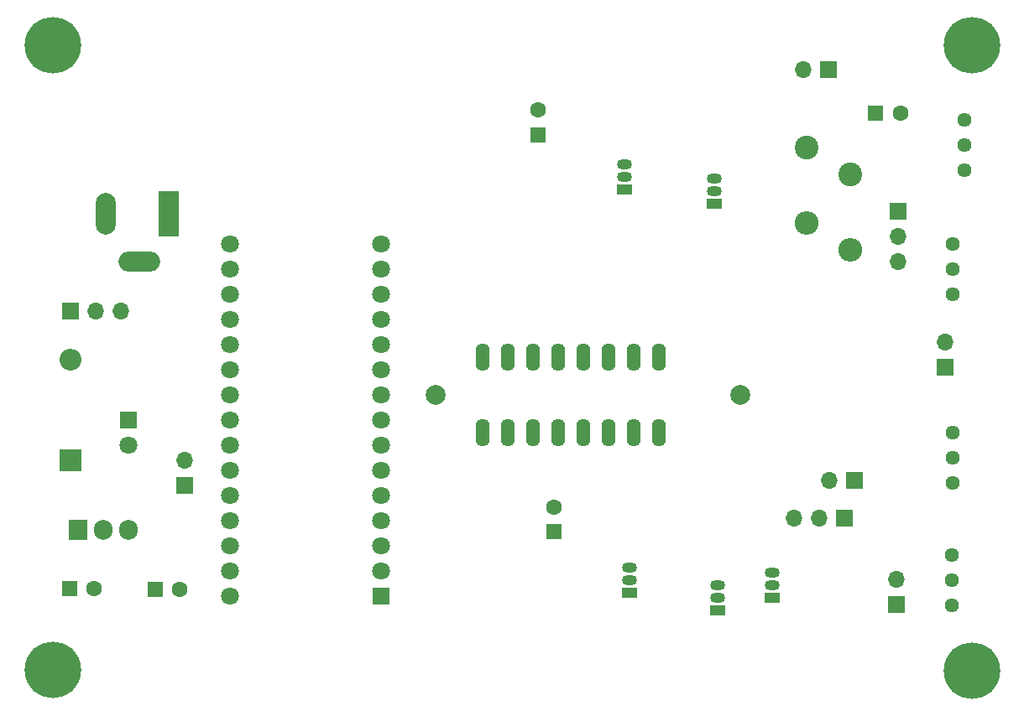
<source format=gbr>
%TF.GenerationSoftware,KiCad,Pcbnew,(6.0.7)*%
%TF.CreationDate,2023-03-15T17:16:25-04:00*%
%TF.ProjectId,NPN Tracer V2,4e504e20-5472-4616-9365-722056322e6b,rev?*%
%TF.SameCoordinates,Original*%
%TF.FileFunction,Soldermask,Bot*%
%TF.FilePolarity,Negative*%
%FSLAX46Y46*%
G04 Gerber Fmt 4.6, Leading zero omitted, Abs format (unit mm)*
G04 Created by KiCad (PCBNEW (6.0.7)) date 2023-03-15 17:16:25*
%MOMM*%
%LPD*%
G01*
G04 APERTURE LIST*
%ADD10C,5.700000*%
%ADD11C,3.600000*%
%ADD12R,2.000000X4.600000*%
%ADD13O,2.000000X4.200000*%
%ADD14O,4.200000X2.000000*%
%ADD15R,1.700000X1.700000*%
%ADD16O,1.700000X1.700000*%
%ADD17R,2.200000X2.200000*%
%ADD18O,2.200000X2.200000*%
%ADD19R,1.500000X1.050000*%
%ADD20O,1.500000X1.050000*%
%ADD21R,1.600000X1.600000*%
%ADD22C,1.600000*%
%ADD23C,1.440000*%
%ADD24R,1.905000X2.000000*%
%ADD25O,1.905000X2.000000*%
%ADD26R,1.800000X1.800000*%
%ADD27C,1.800000*%
%ADD28C,2.400000*%
%ADD29O,2.400000X2.400000*%
%ADD30C,2.000000*%
%ADD31O,1.408000X2.816000*%
G04 APERTURE END LIST*
D10*
%TO.C,H4*%
X179070000Y-118808500D03*
D11*
X179070000Y-118808500D03*
%TD*%
D10*
%TO.C,H3*%
X86360000Y-118745000D03*
D11*
X86360000Y-118745000D03*
%TD*%
D10*
%TO.C,H2*%
X179070000Y-55626000D03*
D11*
X179070000Y-55626000D03*
%TD*%
D10*
%TO.C,H1*%
X86360000Y-55626000D03*
D11*
X86360000Y-55626000D03*
%TD*%
D12*
%TO.C,J9*%
X98044000Y-72692500D03*
D13*
X91744000Y-72692500D03*
D14*
X95144000Y-77492500D03*
%TD*%
D15*
%TO.C,J8*%
X88153000Y-82486500D03*
D16*
X90693000Y-82486500D03*
X93233000Y-82486500D03*
%TD*%
D17*
%TO.C,D7*%
X88138000Y-97536000D03*
D18*
X88138000Y-87376000D03*
%TD*%
D19*
%TO.C,Q2*%
X158983000Y-111442500D03*
D20*
X158983000Y-110172500D03*
X158983000Y-108902500D03*
%TD*%
D21*
%TO.C,C9*%
X169354500Y-62484000D03*
D22*
X171854500Y-62484000D03*
%TD*%
D23*
%TO.C,ADC1*%
X178308000Y-63172500D03*
X178308000Y-65712500D03*
X178308000Y-68252500D03*
%TD*%
%TO.C,ADC4*%
X177101500Y-107114500D03*
X177101500Y-109654500D03*
X177101500Y-112194500D03*
%TD*%
D19*
%TO.C,Q5*%
X144060500Y-70233000D03*
D20*
X144060500Y-68963000D03*
X144060500Y-67693000D03*
%TD*%
D15*
%TO.C,J3*%
X164597000Y-58102500D03*
D16*
X162057000Y-58102500D03*
%TD*%
D19*
%TO.C,Q4*%
X153416000Y-112712500D03*
D20*
X153416000Y-111442500D03*
X153416000Y-110172500D03*
%TD*%
D15*
%TO.C,J5*%
X171513500Y-112146000D03*
D16*
X171513500Y-109606000D03*
%TD*%
D15*
%TO.C,J7*%
X99695000Y-100076000D03*
D16*
X99695000Y-97536000D03*
%TD*%
D24*
%TO.C,U1*%
X88963500Y-104577000D03*
D25*
X91503500Y-104577000D03*
X94043500Y-104577000D03*
%TD*%
D15*
%TO.C,J6*%
X167259000Y-99631500D03*
D16*
X164719000Y-99631500D03*
%TD*%
D21*
%TO.C,C7*%
X135318500Y-64708500D03*
D22*
X135318500Y-62208500D03*
%TD*%
D26*
%TO.C,TB1*%
X119524500Y-111252000D03*
D27*
X119524500Y-108712000D03*
X119524500Y-106172000D03*
X119524500Y-103632000D03*
X119524500Y-101092000D03*
X119524500Y-98552000D03*
X119524500Y-96012000D03*
X119524500Y-93472000D03*
X119524500Y-90932000D03*
X119524500Y-88392000D03*
X119524500Y-85852000D03*
X119524500Y-83312000D03*
X119524500Y-80772000D03*
X119524500Y-78232000D03*
X119524500Y-75692000D03*
X104284500Y-75692000D03*
X104284500Y-78232000D03*
X104284500Y-80772000D03*
X104284500Y-83312000D03*
X104284500Y-85852000D03*
X104284500Y-88392000D03*
X104284500Y-90932000D03*
X104284500Y-93472000D03*
X104284500Y-96012000D03*
X104284500Y-98552000D03*
X104284500Y-101092000D03*
X104284500Y-103632000D03*
X104284500Y-106172000D03*
X104284500Y-108712000D03*
X104284500Y-111252000D03*
%TD*%
D21*
%TO.C,C11*%
X96700800Y-110617000D03*
D22*
X99200800Y-110617000D03*
%TD*%
D15*
%TO.C,J4*%
X166228000Y-103441500D03*
D16*
X163688000Y-103441500D03*
X161148000Y-103441500D03*
%TD*%
D23*
%TO.C,ADC3*%
X177165000Y-94795500D03*
X177165000Y-97335500D03*
X177165000Y-99875500D03*
%TD*%
D19*
%TO.C,Q3*%
X153098500Y-71630000D03*
D20*
X153098500Y-70360000D03*
X153098500Y-69090000D03*
%TD*%
D19*
%TO.C,Q6*%
X144568500Y-110934500D03*
D20*
X144568500Y-109664500D03*
X144568500Y-108394500D03*
%TD*%
D28*
%TO.C,R15*%
X166814500Y-68689500D03*
D29*
X166814500Y-76309500D03*
%TD*%
D26*
%TO.C,D6*%
X94043500Y-93530500D03*
D27*
X94043500Y-96070500D03*
%TD*%
D21*
%TO.C,C8*%
X136906000Y-104775000D03*
D22*
X136906000Y-102275000D03*
%TD*%
D15*
%TO.C,J2*%
X176403000Y-88143000D03*
D16*
X176403000Y-85603000D03*
%TD*%
D15*
%TO.C,J1*%
X171640500Y-72390000D03*
D16*
X171640500Y-74930000D03*
X171640500Y-77470000D03*
%TD*%
D30*
%TO.C,ZX1*%
X155740500Y-90995500D03*
X125000500Y-90995500D03*
D31*
X147510500Y-87185500D03*
X144970500Y-87185500D03*
X142430500Y-87185500D03*
X139890500Y-87185500D03*
X137350500Y-87185500D03*
X134810500Y-87185500D03*
X132270500Y-87185500D03*
X129730500Y-87185500D03*
X129730500Y-94805500D03*
X132270500Y-94805500D03*
X134810500Y-94805500D03*
X137350500Y-94805500D03*
X139890500Y-94805500D03*
X142430500Y-94805500D03*
X144970500Y-94805500D03*
X147510500Y-94805500D03*
%TD*%
D23*
%TO.C,ADC2*%
X177165000Y-75692000D03*
X177165000Y-78232000D03*
X177165000Y-80772000D03*
%TD*%
D28*
%TO.C,R16*%
X162433000Y-65959000D03*
D29*
X162433000Y-73579000D03*
%TD*%
D21*
%TO.C,C10*%
X88064800Y-110553500D03*
D22*
X90564800Y-110553500D03*
%TD*%
M02*

</source>
